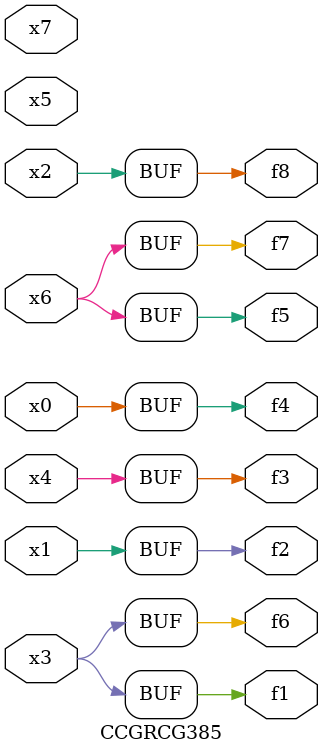
<source format=v>
module CCGRCG385(
	input x0, x1, x2, x3, x4, x5, x6, x7,
	output f1, f2, f3, f4, f5, f6, f7, f8
);
	assign f1 = x3;
	assign f2 = x1;
	assign f3 = x4;
	assign f4 = x0;
	assign f5 = x6;
	assign f6 = x3;
	assign f7 = x6;
	assign f8 = x2;
endmodule

</source>
